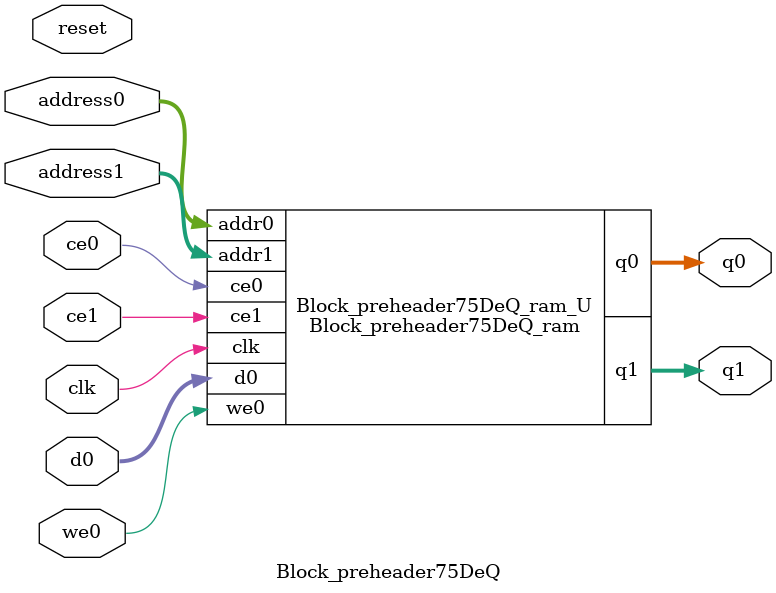
<source format=v>
`timescale 1 ns / 1 ps
module Block_preheader75DeQ_ram (addr0, ce0, d0, we0, q0, addr1, ce1, q1,  clk);

parameter DWIDTH = 5;
parameter AWIDTH = 19;
parameter MEM_SIZE = 409600;

input[AWIDTH-1:0] addr0;
input ce0;
input[DWIDTH-1:0] d0;
input we0;
output reg[DWIDTH-1:0] q0;
input[AWIDTH-1:0] addr1;
input ce1;
output reg[DWIDTH-1:0] q1;
input clk;

(* ram_style = "block" *)reg [DWIDTH-1:0] ram[0:MEM_SIZE-1];




always @(posedge clk)  
begin 
    if (ce0) begin
        if (we0) 
            ram[addr0] <= d0; 
        q0 <= ram[addr0];
    end
end


always @(posedge clk)  
begin 
    if (ce1) begin
        q1 <= ram[addr1];
    end
end


endmodule

`timescale 1 ns / 1 ps
module Block_preheader75DeQ(
    reset,
    clk,
    address0,
    ce0,
    we0,
    d0,
    q0,
    address1,
    ce1,
    q1);

parameter DataWidth = 32'd5;
parameter AddressRange = 32'd409600;
parameter AddressWidth = 32'd19;
input reset;
input clk;
input[AddressWidth - 1:0] address0;
input ce0;
input we0;
input[DataWidth - 1:0] d0;
output[DataWidth - 1:0] q0;
input[AddressWidth - 1:0] address1;
input ce1;
output[DataWidth - 1:0] q1;



Block_preheader75DeQ_ram Block_preheader75DeQ_ram_U(
    .clk( clk ),
    .addr0( address0 ),
    .ce0( ce0 ),
    .we0( we0 ),
    .d0( d0 ),
    .q0( q0 ),
    .addr1( address1 ),
    .ce1( ce1 ),
    .q1( q1 ));

endmodule


</source>
